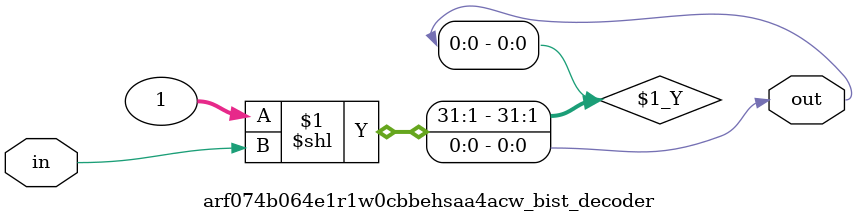
<source format=sv>

`ifndef ARF074B064E1R1W0CBBEHSAA4ACW_BIST_DECODER_SV
`define ARF074B064E1R1W0CBBEHSAA4ACW_BIST_DECODER_SV

module arf074b064e1r1w0cbbehsaa4acw_bist_decoder # (
  parameter IN_WIDTH  = 1,
  parameter OUT_WIDTH = 1
)
(
  input  logic [IN_WIDTH-1:0]  in,
  output logic [OUT_WIDTH-1:0] out
);
  
  assign out = 'b1 << in;

endmodule // arf074b064e1r1w0cbbehsaa4acw_bist_decoder

`endif // ARF074B064E1R1W0CBBEHSAA4ACW_BIST_DECODER_SV
</source>
